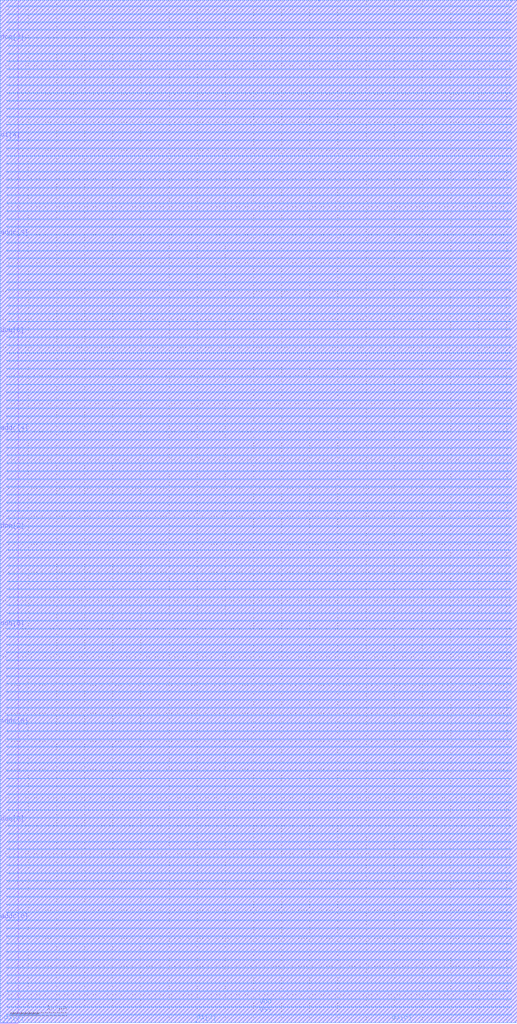
<source format=lef>
VERSION 5.8 ;
BUSBITCHARS "[]" ;
DIVIDERCHAR "/" ;
UNITS
    DATABASE MICRONS 2000 ;
END UNITS

MACRO macro_9x7
  FOREIGN macro_9x7 0 0 ;
  CLASS BLOCK ;
  SIZE 91.86 BY 181.715 ;
  PIN VSS
    USE GROUND ;
    DIRECTION INOUT ;
    PORT
      LAYER metal4 ;
        RECT  1.14 180.515 90.82 180.685 ;
        RECT  1.14 177.715 90.82 177.885 ;
        RECT  1.14 174.915 90.82 175.085 ;
        RECT  1.14 172.115 90.82 172.285 ;
        RECT  1.14 169.315 90.82 169.485 ;
        RECT  1.14 166.515 90.82 166.685 ;
        RECT  1.14 163.715 90.82 163.885 ;
        RECT  1.14 160.915 90.82 161.085 ;
        RECT  1.14 158.115 90.82 158.285 ;
        RECT  1.14 155.315 90.82 155.485 ;
        RECT  1.14 152.515 90.82 152.685 ;
        RECT  1.14 149.715 90.82 149.885 ;
        RECT  1.14 146.915 90.82 147.085 ;
        RECT  1.14 144.115 90.82 144.285 ;
        RECT  1.14 141.315 90.82 141.485 ;
        RECT  1.14 138.515 90.82 138.685 ;
        RECT  1.14 135.715 90.82 135.885 ;
        RECT  1.14 132.915 90.82 133.085 ;
        RECT  1.14 130.115 90.82 130.285 ;
        RECT  1.14 127.315 90.82 127.485 ;
        RECT  1.14 124.515 90.82 124.685 ;
        RECT  1.14 121.715 90.82 121.885 ;
        RECT  1.14 118.915 90.82 119.085 ;
        RECT  1.14 116.115 90.82 116.285 ;
        RECT  1.14 113.315 90.82 113.485 ;
        RECT  1.14 110.515 90.82 110.685 ;
        RECT  1.14 107.715 90.82 107.885 ;
        RECT  1.14 104.915 90.82 105.085 ;
        RECT  1.14 102.115 90.82 102.285 ;
        RECT  1.14 99.315 90.82 99.485 ;
        RECT  1.14 96.515 90.82 96.685 ;
        RECT  1.14 93.715 90.82 93.885 ;
        RECT  1.14 90.915 90.82 91.085 ;
        RECT  1.14 88.115 90.82 88.285 ;
        RECT  1.14 85.315 90.82 85.485 ;
        RECT  1.14 82.515 90.82 82.685 ;
        RECT  1.14 79.715 90.82 79.885 ;
        RECT  1.14 76.915 90.82 77.085 ;
        RECT  1.14 74.115 90.82 74.285 ;
        RECT  1.14 71.315 90.82 71.485 ;
        RECT  1.14 68.515 90.82 68.685 ;
        RECT  1.14 65.715 90.82 65.885 ;
        RECT  1.14 62.915 90.82 63.085 ;
        RECT  1.14 60.115 90.82 60.285 ;
        RECT  1.14 57.315 90.82 57.485 ;
        RECT  1.14 54.515 90.82 54.685 ;
        RECT  1.14 51.715 90.82 51.885 ;
        RECT  1.14 48.915 90.82 49.085 ;
        RECT  1.14 46.115 90.82 46.285 ;
        RECT  1.14 43.315 90.82 43.485 ;
        RECT  1.14 40.515 90.82 40.685 ;
        RECT  1.14 37.715 90.82 37.885 ;
        RECT  1.14 34.915 90.82 35.085 ;
        RECT  1.14 32.115 90.82 32.285 ;
        RECT  1.14 29.315 90.82 29.485 ;
        RECT  1.14 26.515 90.82 26.685 ;
        RECT  1.14 23.715 90.82 23.885 ;
        RECT  1.14 20.915 90.82 21.085 ;
        RECT  1.14 18.115 90.82 18.285 ;
        RECT  1.14 15.315 90.82 15.485 ;
        RECT  1.14 12.515 90.82 12.685 ;
        RECT  1.14 9.715 90.82 9.885 ;
        RECT  1.14 6.915 90.82 7.085 ;
        RECT  1.14 4.115 90.82 4.285 ;
        RECT  1.14 1.315 90.82 1.485 ;
    END
  END VSS
  PIN VDD
    USE POWER ;
    DIRECTION INOUT ;
    PORT
      LAYER metal4 ;
        RECT  1.14 179.115 90.82 179.285 ;
        RECT  1.14 176.315 90.82 176.485 ;
        RECT  1.14 173.515 90.82 173.685 ;
        RECT  1.14 170.715 90.82 170.885 ;
        RECT  1.14 167.915 90.82 168.085 ;
        RECT  1.14 165.115 90.82 165.285 ;
        RECT  1.14 162.315 90.82 162.485 ;
        RECT  1.14 159.515 90.82 159.685 ;
        RECT  1.14 156.715 90.82 156.885 ;
        RECT  1.14 153.915 90.82 154.085 ;
        RECT  1.14 151.115 90.82 151.285 ;
        RECT  1.14 148.315 90.82 148.485 ;
        RECT  1.14 145.515 90.82 145.685 ;
        RECT  1.14 142.715 90.82 142.885 ;
        RECT  1.14 139.915 90.82 140.085 ;
        RECT  1.14 137.115 90.82 137.285 ;
        RECT  1.14 134.315 90.82 134.485 ;
        RECT  1.14 131.515 90.82 131.685 ;
        RECT  1.14 128.715 90.82 128.885 ;
        RECT  1.14 125.915 90.82 126.085 ;
        RECT  1.14 123.115 90.82 123.285 ;
        RECT  1.14 120.315 90.82 120.485 ;
        RECT  1.14 117.515 90.82 117.685 ;
        RECT  1.14 114.715 90.82 114.885 ;
        RECT  1.14 111.915 90.82 112.085 ;
        RECT  1.14 109.115 90.82 109.285 ;
        RECT  1.14 106.315 90.82 106.485 ;
        RECT  1.14 103.515 90.82 103.685 ;
        RECT  1.14 100.715 90.82 100.885 ;
        RECT  1.14 97.915 90.82 98.085 ;
        RECT  1.14 95.115 90.82 95.285 ;
        RECT  1.14 92.315 90.82 92.485 ;
        RECT  1.14 89.515 90.82 89.685 ;
        RECT  1.14 86.715 90.82 86.885 ;
        RECT  1.14 83.915 90.82 84.085 ;
        RECT  1.14 81.115 90.82 81.285 ;
        RECT  1.14 78.315 90.82 78.485 ;
        RECT  1.14 75.515 90.82 75.685 ;
        RECT  1.14 72.715 90.82 72.885 ;
        RECT  1.14 69.915 90.82 70.085 ;
        RECT  1.14 67.115 90.82 67.285 ;
        RECT  1.14 64.315 90.82 64.485 ;
        RECT  1.14 61.515 90.82 61.685 ;
        RECT  1.14 58.715 90.82 58.885 ;
        RECT  1.14 55.915 90.82 56.085 ;
        RECT  1.14 53.115 90.82 53.285 ;
        RECT  1.14 50.315 90.82 50.485 ;
        RECT  1.14 47.515 90.82 47.685 ;
        RECT  1.14 44.715 90.82 44.885 ;
        RECT  1.14 41.915 90.82 42.085 ;
        RECT  1.14 39.115 90.82 39.285 ;
        RECT  1.14 36.315 90.82 36.485 ;
        RECT  1.14 33.515 90.82 33.685 ;
        RECT  1.14 30.715 90.82 30.885 ;
        RECT  1.14 27.915 90.82 28.085 ;
        RECT  1.14 25.115 90.82 25.285 ;
        RECT  1.14 22.315 90.82 22.485 ;
        RECT  1.14 19.515 90.82 19.685 ;
        RECT  1.14 16.715 90.82 16.885 ;
        RECT  1.14 13.915 90.82 14.085 ;
        RECT  1.14 11.115 90.82 11.285 ;
        RECT  1.14 8.315 90.82 8.485 ;
        RECT  1.14 5.515 90.82 5.685 ;
        RECT  1.14 2.715 90.82 2.885 ;
    END
  END VDD
  PIN addr[0]
    DIRECTION INPUT ;
    USE SIGNAL ;
    PORT
      LAYER metal3 ;
        RECT  0 17.955 0.07 18.025 ;
    END
  END addr[0]
  PIN addr[1]
    DIRECTION INPUT ;
    USE SIGNAL ;
    PORT
      LAYER metal3 ;
        RECT  91.79 94.115 91.86 94.185 ;
    END
  END addr[1]
  PIN addr[2]
    DIRECTION INPUT ;
    USE SIGNAL ;
    PORT
      LAYER metal4 ;
        RECT  21.865 181.575 22.005 181.715 ;
    END
  END addr[2]
  PIN addr[3]
    DIRECTION INPUT ;
    USE SIGNAL ;
    PORT
      LAYER metal3 ;
        RECT  0 139.475 0.07 139.545 ;
    END
  END addr[3]
  PIN addr[4]
    DIRECTION INPUT ;
    USE SIGNAL ;
    PORT
      LAYER metal3 ;
        RECT  0 104.755 0.07 104.825 ;
    END
  END addr[4]
  PIN addr[5]
    DIRECTION INPUT ;
    USE SIGNAL ;
    PORT
      LAYER metal4 ;
        RECT  90.745 181.575 90.885 181.715 ;
    END
  END addr[5]
  PIN addr[6]
    DIRECTION INPUT ;
    USE SIGNAL ;
    PORT
      LAYER metal3 ;
        RECT  0 52.675 0.07 52.745 ;
    END
  END addr[6]
  PIN addr[7]
    DIRECTION INPUT ;
    USE SIGNAL ;
    PORT
      LAYER metal3 ;
        RECT  91.79 163.555 91.86 163.625 ;
    END
  END addr[7]
  PIN addr[8]
    DIRECTION INPUT ;
    USE SIGNAL ;
    PORT
      LAYER metal4 ;
        RECT  56.585 181.575 56.725 181.715 ;
    END
  END addr[8]
  PIN clk
    DIRECTION INPUT ;
    USE SIGNAL ;
    PORT
      LAYER metal3 ;
        RECT  91.79 59.395 91.86 59.465 ;
    END
  END clk
  PIN cs
    DIRECTION INPUT ;
    USE SIGNAL ;
    PORT
      LAYER metal3 ;
        RECT  91.79 7.315 91.86 7.385 ;
    END
  END cs
  PIN di[0]
    DIRECTION INPUT ;
    USE SIGNAL ;
    PORT
      LAYER metal3 ;
        RECT  91.79 128.835 91.86 128.905 ;
    END
  END di[0]
  PIN di[1]
    DIRECTION INPUT ;
    USE SIGNAL ;
    PORT
      LAYER metal3 ;
        RECT  91.79 42.035 91.86 42.105 ;
    END
  END di[1]
  PIN di[2]
    DIRECTION INPUT ;
    USE SIGNAL ;
    PORT
      LAYER metal4 ;
        RECT  0.585 0 0.725 0.14 ;
    END
  END di[2]
  PIN di[3]
    DIRECTION INPUT ;
    USE SIGNAL ;
    PORT
      LAYER metal4 ;
        RECT  34.745 0 34.885 0.14 ;
    END
  END di[3]
  PIN di[4]
    DIRECTION INPUT ;
    USE SIGNAL ;
    PORT
      LAYER metal3 ;
        RECT  0 156.835 0.07 156.905 ;
    END
  END di[4]
  PIN di[5]
    DIRECTION INPUT ;
    USE SIGNAL ;
    PORT
      LAYER metal3 ;
        RECT  91.79 76.755 91.86 76.825 ;
    END
  END di[5]
  PIN di[6]
    DIRECTION INPUT ;
    USE SIGNAL ;
    PORT
      LAYER metal4 ;
        RECT  69.465 0 69.605 0.14 ;
    END
  END di[6]
  PIN doq[0]
    DIRECTION OUTPUT ;
    USE SIGNAL ;
    PORT
      LAYER metal3 ;
        RECT  0 35.315 0.07 35.385 ;
    END
  END doq[0]
  PIN doq[1]
    DIRECTION OUTPUT ;
    USE SIGNAL ;
    PORT
      LAYER metal3 ;
        RECT  91.79 146.195 91.86 146.265 ;
    END
  END doq[1]
  PIN doq[2]
    DIRECTION OUTPUT ;
    USE SIGNAL ;
    PORT
      LAYER metal3 ;
        RECT  0 87.395 0.07 87.465 ;
    END
  END doq[2]
  PIN doq[3]
    DIRECTION OUTPUT ;
    USE SIGNAL ;
    PORT
      LAYER metal3 ;
        RECT  0 174.195 0.07 174.265 ;
    END
  END doq[3]
  PIN doq[4]
    DIRECTION OUTPUT ;
    USE SIGNAL ;
    PORT
      LAYER metal3 ;
        RECT  91.79 24.675 91.86 24.745 ;
    END
  END doq[4]
  PIN doq[5]
    DIRECTION OUTPUT ;
    USE SIGNAL ;
    PORT
      LAYER metal3 ;
        RECT  0 70.035 0.07 70.105 ;
    END
  END doq[5]
  PIN doq[6]
    DIRECTION OUTPUT ;
    USE SIGNAL ;
    PORT
      LAYER metal3 ;
        RECT  0 122.115 0.07 122.185 ;
    END
  END doq[6]
  PIN we
    DIRECTION INPUT ;
    USE SIGNAL ;
    PORT
      LAYER metal3 ;
        RECT  91.79 111.475 91.86 111.545 ;
    END
  END we
  OBS
    LAYER metal1 ;
     RECT  0 -0.085 3.23 181.715 ;
     RECT  3.23 0 91.86 181.715 ;
    LAYER metal2 ;
     RECT  0 0 91.86 181.715 ;
    LAYER metal3 ;
     RECT  0 0 91.86 181.715 ;
    LAYER metal4 ;
     RECT  0 0 91.86 181.715 ;
  END
END macro_9x7
END LIBRARY

</source>
